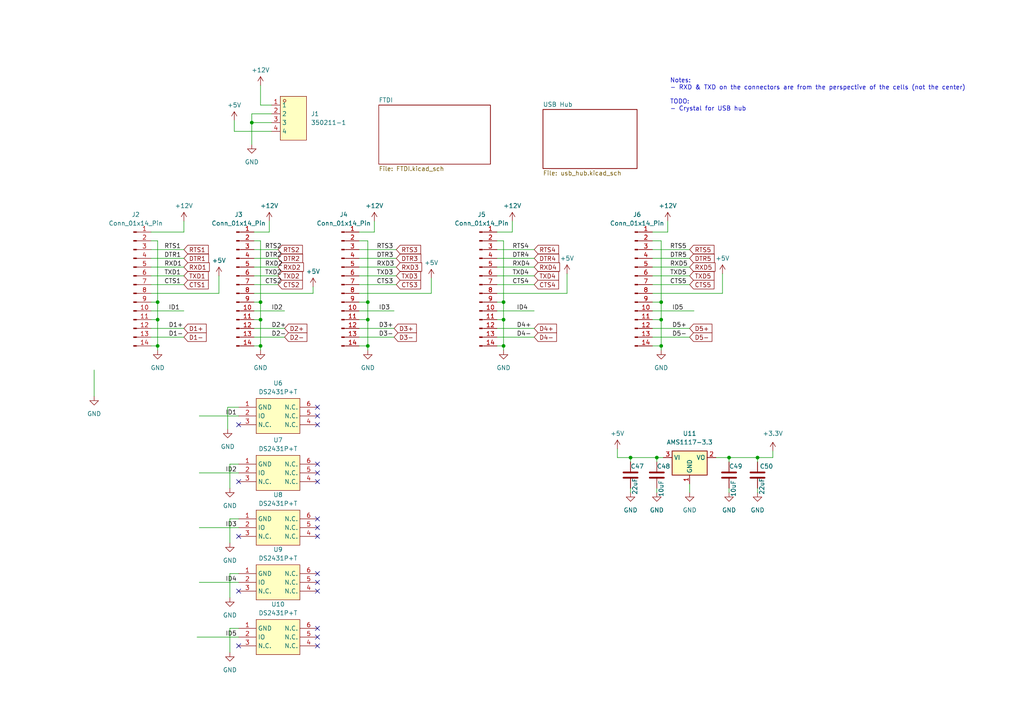
<source format=kicad_sch>
(kicad_sch (version 20230121) (generator eeschema)
  (paper "A4")
  (lib_symbols
    (symbol "Connector:Conn_01x14_Pin" (pin_names (offset 1.016) hide)
      (property "Reference" "J" (at 0 17.78 0))
      (property "Value" "Conn_01x14_Pin" (at 0 -20.32 0))
      (symbol "Conn_01x14_Pin_1_1"
        (polyline (pts (xy 1.27 -17.78) (xy 0.8636 -17.78)) (stroke (width 0.1524)))
        (polyline (pts (xy 1.27 -15.24) (xy 0.8636 -15.24)) (stroke (width 0.1524)))
        (polyline (pts (xy 1.27 -12.7) (xy 0.8636 -12.7)) (stroke (width 0.1524)))
        (polyline (pts (xy 1.27 -10.16) (xy 0.8636 -10.16)) (stroke (width 0.1524)))
        (polyline (pts (xy 1.27 -7.62) (xy 0.8636 -7.62)) (stroke (width 0.1524)))
        (polyline (pts (xy 1.27 -5.08) (xy 0.8636 -5.08)) (stroke (width 0.1524)))
        (polyline (pts (xy 1.27 -2.54) (xy 0.8636 -2.54)) (stroke (width 0.1524)))
        (polyline (pts (xy 1.27 0) (xy 0.8636 0)) (stroke (width 0.1524)))
        (polyline (pts (xy 1.27 2.54) (xy 0.8636 2.54)) (stroke (width 0.1524)))
        (polyline (pts (xy 1.27 5.08) (xy 0.8636 5.08)) (stroke (width 0.1524)))
        (polyline (pts (xy 1.27 7.62) (xy 0.8636 7.62)) (stroke (width 0.1524)))
        (polyline (pts (xy 1.27 10.16) (xy 0.8636 10.16)) (stroke (width 0.1524)))
        (polyline (pts (xy 1.27 12.7) (xy 0.8636 12.7)) (stroke (width 0.1524)))
        (polyline (pts (xy 1.27 15.24) (xy 0.8636 15.24)) (stroke (width 0.1524)))
        (rectangle (start 0.8636 -17.653) (end 0 -17.907) (stroke (width 0.1524)) (fill (type outline)))
        (rectangle (start 0.8636 -15.113) (end 0 -15.367) (stroke (width 0.1524)) (fill (type outline)))
        (rectangle (start 0.8636 -12.573) (end 0 -12.827) (stroke (width 0.1524)) (fill (type outline)))
        (rectangle (start 0.8636 -10.033) (end 0 -10.287) (stroke (width 0.1524)) (fill (type outline)))
        (rectangle (start 0.8636 -7.493) (end 0 -7.747) (stroke (width 0.1524)) (fill (type outline)))
        (rectangle (start 0.8636 -4.953) (end 0 -5.207) (stroke (width 0.1524)) (fill (type outline)))
        (rectangle (start 0.8636 -2.413) (end 0 -2.667) (stroke (width 0.1524)) (fill (type outline)))
        (rectangle (start 0.8636 0.127) (end 0 -0.127) (stroke (width 0.1524)) (fill (type outline)))
        (rectangle (start 0.8636 2.667) (end 0 2.413) (stroke (width 0.1524)) (fill (type outline)))
        (rectangle (start 0.8636 5.207) (end 0 4.953) (stroke (width 0.1524)) (fill (type outline)))
        (rectangle (start 0.8636 7.747) (end 0 7.493) (stroke (width 0.1524)) (fill (type outline)))
        (rectangle (start 0.8636 10.287) (end 0 10.033) (stroke (width 0.1524)) (fill (type outline)))
        (rectangle (start 0.8636 12.827) (end 0 12.573) (stroke (width 0.1524)) (fill (type outline)))
        (rectangle (start 0.8636 15.367) (end 0 15.113) (stroke (width 0.1524)) (fill (type outline)))
        (pin passive line (at 5.08 15.24 180) (length 3.81) (name "Pin_1") (number "1"))
        (pin passive line (at 5.08 -7.62 180) (length 3.81) (name "Pin_10") (number "10"))
        (pin passive line (at 5.08 -10.16 180) (length 3.81) (name "Pin_11") (number "11"))
        (pin passive line (at 5.08 -12.7 180) (length 3.81) (name "Pin_12") (number "12"))
        (pin passive line (at 5.08 -15.24 180) (length 3.81) (name "Pin_13") (number "13"))
        (pin passive line (at 5.08 -17.78 180) (length 3.81) (name "Pin_14") (number "14"))
        (pin passive line (at 5.08 12.7 180) (length 3.81) (name "Pin_2") (number "2"))
        (pin passive line (at 5.08 10.16 180) (length 3.81) (name "Pin_3") (number "3"))
        (pin passive line (at 5.08 7.62 180) (length 3.81) (name "Pin_4") (number "4"))
        (pin passive line (at 5.08 5.08 180) (length 3.81) (name "Pin_5") (number "5"))
        (pin passive line (at 5.08 2.54 180) (length 3.81) (name "Pin_6") (number "6"))
        (pin passive line (at 5.08 0 180) (length 3.81) (name "Pin_7") (number "7"))
        (pin passive line (at 5.08 -2.54 180) (length 3.81) (name "Pin_8") (number "8"))
        (pin passive line (at 5.08 -5.08 180) (length 3.81) (name "Pin_9") (number "9"))
      )
    )
    (symbol "Device:C" (pin_numbers hide) (pin_names (offset 0.254))
      (property "Reference" "C" (at 0.635 2.54 0))
      (property "Value" "C" (at 0.635 -2.54 0))
      (symbol "C_0_1"
        (polyline (pts (xy -2.032 -0.762) (xy 2.032 -0.762)) (stroke (width 0.508)))
        (polyline (pts (xy -2.032 0.762) (xy 2.032 0.762)) (stroke (width 0.508)))
      )
      (symbol "C_1_1"
        (pin passive line (at 0 3.81 270) (length 2.794) (name "~") (number "1"))
        (pin passive line (at 0 -3.81 90) (length 2.794) (name "~") (number "2"))
      )
    )
    (symbol "Regulator_Linear:AMS1117-3.3"
      (property "Reference" "U" (at -3.81 3.175 0))
      (property "Value" "AMS1117-3.3" (at 0 3.175 0))
      (symbol "AMS1117-3.3_0_1"
        (rectangle (start -5.08 -5.08) (end 5.08 1.905) (stroke (width 0.254)) (fill (type background)))
      )
      (symbol "AMS1117-3.3_1_1"
        (pin power_in line (at 0 -7.62 90) (length 2.54) (name "GND") (number "1"))
        (pin power_out line (at 7.62 0 180) (length 2.54) (name "VO") (number "2"))
        (pin power_in line (at -7.62 0 0) (length 2.54) (name "VI") (number "3"))
      )
    )
    (symbol "easyeda2kicad:350211-1"
      (property "Reference" "J1" (at 6.35 2.54 0))
      (property "Value" "350211-1" (at 6.35 0 0))
      (symbol "350211-1_0_1"
        (rectangle (start -2.54 7.62) (end 5.08 -5.08) (fill (type background)))
        (circle (center -1.27 6.35) (radius 0.38))
      )
      (symbol "350211-1_1_1"
        (pin power_out line (at -5.08 5.08 0) (length 2.54) (name "1") (number "1"))
        (pin power_out line (at -5.08 2.54 0) (length 2.54) (name "2") (number "2"))
        (pin power_out line (at -5.08 0 0) (length 2.54) (name "3") (number "3"))
        (pin power_out line (at -5.08 -2.54 0) (length 2.54) (name "4") (number "4"))
      )
    )
    (symbol "easyeda2kicad:DS2431P+T"
      (property "Reference" "U" (at 0 7.62 0))
      (property "Value" "DS2431P+T" (at 0 -7.62 0))
      (symbol "DS2431P+T_0_1"
        (rectangle (start -6.35 5.08) (end 6.35 -5.08) (fill (type background)))
        (pin unspecified line (at -11.43 2.54 0) (length 5.08) (name "GND") (number "1"))
        (pin unspecified line (at -11.43 0 0) (length 5.08) (name "IO") (number "2"))
        (pin unspecified line (at -11.43 -2.54 0) (length 5.08) (name "N.C.") (number "3"))
        (pin unspecified line (at 11.43 -2.54 180) (length 5.08) (name "N.C.") (number "4"))
        (pin unspecified line (at 11.43 0 180) (length 5.08) (name "N.C.") (number "5"))
        (pin unspecified line (at 11.43 2.54 180) (length 5.08) (name "N.C.") (number "6"))
      )
    )
    (symbol "power:+12V" (power) (pin_names (offset 0))
      (property "Value" "+12V" (at 0 3.556 0))
      (symbol "+12V_0_1"
        (polyline (pts (xy -0.762 1.27) (xy 0 2.54)))
        (polyline (pts (xy 0 0) (xy 0 2.54)))
        (polyline (pts (xy 0 2.54) (xy 0.762 1.27)))
      )
      (symbol "+12V_1_1"
        (pin power_in line (at 0 0 90) (length 0) hide (name "+12V") (number "1"))
      )
    )
    (symbol "power:+3.3V" (power) (pin_names (offset 0))
      (property "Value" "+3.3V" (at 0 3.556 0))
      (symbol "+3.3V_0_1"
        (polyline (pts (xy -0.762 1.27) (xy 0 2.54)))
        (polyline (pts (xy 0 0) (xy 0 2.54)))
        (polyline (pts (xy 0 2.54) (xy 0.762 1.27)))
      )
      (symbol "+3.3V_1_1"
        (pin power_in line (at 0 0 90) (length 0) hide (name "+3.3V") (number "1"))
      )
    )
    (symbol "power:+5V" (power) (pin_names (offset 0))
      (property "Value" "+5V" (at 0 3.556 0))
      (symbol "+5V_0_1"
        (polyline (pts (xy -0.762 1.27) (xy 0 2.54)))
        (polyline (pts (xy 0 0) (xy 0 2.54)))
        (polyline (pts (xy 0 2.54) (xy 0.762 1.27)))
      )
      (symbol "+5V_1_1"
        (pin power_in line (at 0 0 90) (length 0) hide (name "+5V") (number "1"))
      )
    )
    (symbol "power:GND" (power) (pin_names (offset 0))
      (property "Value" "GND" (at 0 -3.81 0))
      (symbol "GND_0_1"
        (polyline (pts (xy 0 0) (xy 0 -1.27) (xy 1.27 -1.27) (xy 0 -2.54) (xy -1.27 -1.27) (xy 0 -1.27)))
      )
      (symbol "GND_1_1"
        (pin power_in line (at 0 0 270) (length 0) hide (name "GND") (number "1"))
      )
    )
  )
  (junction (at 45.72 92.71))
  (junction (at 146.05 87.63))
  (junction (at 146.05 100.33))
  (junction (at 106.68 87.63))
  (junction (at 75.565 87.63))
  (junction (at 75.565 100.33))
  (junction (at 219.71 132.715))
  (junction (at 146.05 92.71))
  (junction (at 45.72 87.63))
  (junction (at 106.68 92.71))
  (junction (at 211.455 132.715))
  (junction (at 73.025 35.56))
  (junction (at 191.77 100.33))
  (junction (at 45.72 100.33))
  (junction (at 190.5 132.715))
  (junction (at 191.77 87.63))
  (junction (at 75.565 92.71))
  (junction (at 191.77 92.71))
  (junction (at 182.88 132.715))
  (junction (at 106.68 100.33))
  (no_connect (at 92.075 150.495))
  (no_connect (at 92.075 155.575))
  (no_connect (at 69.215 155.575))
  (no_connect (at 92.075 139.7))
  (no_connect (at 92.075 182.245))
  (no_connect (at 92.075 137.16))
  (no_connect (at 69.215 171.45))
  (no_connect (at 69.215 123.19))
  (no_connect (at 92.075 171.45))
  (no_connect (at 92.075 123.19))
  (no_connect (at 92.075 153.035))
  (no_connect (at 92.075 120.65))
  (no_connect (at 92.075 134.62))
  (no_connect (at 69.215 139.7))
  (no_connect (at 69.215 187.325))
  (no_connect (at 92.075 168.91))
  (no_connect (at 92.075 166.37))
  (no_connect (at 92.075 187.325))
  (no_connect (at 92.075 118.11))
  (no_connect (at 92.075 184.785))
  (wire (pts (xy 66.675 150.495) (xy 66.675 157.48)))
  (wire (pts (xy 73.66 95.25) (xy 82.55 95.25)))
  (wire (pts (xy 182.88 141.605) (xy 182.88 142.875)))
  (wire (pts (xy 69.215 134.62) (xy 66.675 134.62)))
  (wire (pts (xy 43.815 97.79) (xy 53.34 97.79)))
  (wire (pts (xy 45.72 101.6) (xy 45.72 100.33)))
  (wire (pts (xy 75.565 92.71) (xy 75.565 87.63)))
  (wire (pts (xy 106.68 87.63) (xy 106.68 92.71)))
  (wire (pts (xy 57.785 153.035) (xy 69.215 153.035)))
  (wire (pts (xy 146.05 69.85) (xy 144.145 69.85)))
  (wire (pts (xy 104.14 92.71) (xy 106.68 92.71)))
  (wire (pts (xy 104.14 90.17) (xy 114.3 90.17)))
  (wire (pts (xy 45.72 92.71) (xy 45.72 100.33)))
  (wire (pts (xy 67.945 38.1) (xy 78.74 38.1)))
  (wire (pts (xy 200.025 140.335) (xy 200.025 142.875)))
  (wire (pts (xy 45.72 69.85) (xy 43.815 69.85)))
  (wire (pts (xy 189.23 87.63) (xy 191.77 87.63)))
  (wire (pts (xy 90.805 85.09) (xy 90.805 83.185)))
  (wire (pts (xy 209.55 85.09) (xy 209.55 79.375)))
  (wire (pts (xy 219.71 132.715) (xy 219.71 133.985)))
  (wire (pts (xy 190.5 141.605) (xy 190.5 142.875)))
  (wire (pts (xy 57.785 168.91) (xy 69.215 168.91)))
  (wire (pts (xy 73.025 35.56) (xy 78.74 35.56)))
  (wire (pts (xy 75.565 30.48) (xy 78.74 30.48)))
  (wire (pts (xy 125.095 85.09) (xy 125.095 80.645)))
  (wire (pts (xy 144.145 87.63) (xy 146.05 87.63)))
  (wire (pts (xy 104.14 74.93) (xy 114.935 74.93)))
  (wire (pts (xy 73.66 67.31) (xy 78.105 67.31)))
  (wire (pts (xy 75.565 101.6) (xy 75.565 100.33)))
  (wire (pts (xy 190.5 132.715) (xy 190.5 133.985)))
  (wire (pts (xy 75.565 92.71) (xy 75.565 100.33)))
  (wire (pts (xy 146.05 87.63) (xy 146.05 92.71)))
  (wire (pts (xy 144.145 90.17) (xy 154.94 90.17)))
  (wire (pts (xy 69.215 118.11) (xy 66.04 118.11)))
  (wire (pts (xy 104.14 87.63) (xy 106.68 87.63)))
  (wire (pts (xy 211.455 141.605) (xy 211.455 142.875)))
  (wire (pts (xy 207.645 132.715) (xy 211.455 132.715)))
  (wire (pts (xy 192.405 132.715) (xy 190.5 132.715)))
  (wire (pts (xy 144.145 95.25) (xy 154.94 95.25)))
  (wire (pts (xy 73.66 74.93) (xy 80.645 74.93)))
  (wire (pts (xy 73.66 92.71) (xy 75.565 92.71)))
  (wire (pts (xy 104.14 95.25) (xy 114.3 95.25)))
  (wire (pts (xy 75.565 69.85) (xy 73.66 69.85)))
  (wire (pts (xy 144.145 97.79) (xy 154.94 97.79)))
  (wire (pts (xy 189.23 82.55) (xy 200.025 82.55)))
  (wire (pts (xy 104.14 85.09) (xy 125.095 85.09)))
  (wire (pts (xy 219.71 132.715) (xy 224.155 132.715)))
  (wire (pts (xy 144.145 100.33) (xy 146.05 100.33)))
  (wire (pts (xy 63.5 85.09) (xy 63.5 80.01)))
  (wire (pts (xy 45.72 92.71) (xy 45.72 87.63)))
  (wire (pts (xy 146.05 101.6) (xy 146.05 100.33)))
  (wire (pts (xy 73.025 33.02) (xy 78.74 33.02)))
  (wire (pts (xy 106.68 69.85) (xy 106.68 87.63)))
  (wire (pts (xy 73.66 82.55) (xy 80.645 82.55)))
  (wire (pts (xy 189.23 85.09) (xy 209.55 85.09)))
  (wire (pts (xy 43.815 80.01) (xy 53.34 80.01)))
  (wire (pts (xy 67.945 34.925) (xy 67.945 38.1)))
  (wire (pts (xy 104.14 82.55) (xy 114.935 82.55)))
  (wire (pts (xy 27.305 107.315) (xy 27.305 114.935)))
  (wire (pts (xy 73.66 97.79) (xy 82.55 97.79)))
  (wire (pts (xy 211.455 132.715) (xy 219.71 132.715)))
  (wire (pts (xy 182.88 132.715) (xy 179.07 132.715)))
  (wire (pts (xy 144.145 74.93) (xy 154.94 74.93)))
  (wire (pts (xy 189.23 80.01) (xy 200.025 80.01)))
  (wire (pts (xy 69.215 182.245) (xy 66.675 182.245)))
  (wire (pts (xy 106.68 92.71) (xy 106.68 100.33)))
  (wire (pts (xy 189.23 72.39) (xy 200.025 72.39)))
  (wire (pts (xy 43.815 100.33) (xy 45.72 100.33)))
  (wire (pts (xy 73.66 85.09) (xy 90.805 85.09)))
  (wire (pts (xy 73.66 87.63) (xy 75.565 87.63)))
  (wire (pts (xy 43.815 82.55) (xy 53.34 82.55)))
  (wire (pts (xy 164.465 85.09) (xy 164.465 79.375)))
  (wire (pts (xy 73.025 33.02) (xy 73.025 35.56)))
  (wire (pts (xy 144.145 67.31) (xy 148.59 67.31)))
  (wire (pts (xy 45.72 87.63) (xy 45.72 69.85)))
  (wire (pts (xy 189.23 95.25) (xy 200.025 95.25)))
  (wire (pts (xy 53.34 64.135) (xy 53.34 67.31)))
  (wire (pts (xy 43.815 72.39) (xy 53.34 72.39)))
  (wire (pts (xy 144.145 92.71) (xy 146.05 92.71)))
  (wire (pts (xy 189.23 77.47) (xy 200.025 77.47)))
  (wire (pts (xy 189.23 74.93) (xy 200.025 74.93)))
  (wire (pts (xy 104.14 80.01) (xy 114.935 80.01)))
  (wire (pts (xy 104.14 77.47) (xy 114.935 77.47)))
  (wire (pts (xy 69.215 150.495) (xy 66.675 150.495)))
  (wire (pts (xy 189.23 90.17) (xy 201.295 90.17)))
  (wire (pts (xy 73.025 35.56) (xy 73.025 41.91)))
  (wire (pts (xy 57.785 137.16) (xy 69.215 137.16)))
  (wire (pts (xy 189.23 92.71) (xy 191.77 92.71)))
  (wire (pts (xy 43.815 77.47) (xy 53.34 77.47)))
  (wire (pts (xy 191.77 87.63) (xy 191.77 92.71)))
  (wire (pts (xy 43.815 92.71) (xy 45.72 92.71)))
  (wire (pts (xy 43.815 90.17) (xy 53.34 90.17)))
  (wire (pts (xy 73.66 90.17) (xy 82.55 90.17)))
  (wire (pts (xy 66.04 118.11) (xy 66.04 124.46)))
  (wire (pts (xy 66.675 166.37) (xy 66.675 173.355)))
  (wire (pts (xy 144.145 72.39) (xy 154.94 72.39)))
  (wire (pts (xy 73.66 80.01) (xy 80.645 80.01)))
  (wire (pts (xy 104.14 100.33) (xy 106.68 100.33)))
  (wire (pts (xy 43.815 74.93) (xy 53.34 74.93)))
  (wire (pts (xy 69.215 166.37) (xy 66.675 166.37)))
  (wire (pts (xy 73.66 72.39) (xy 80.645 72.39)))
  (wire (pts (xy 66.675 182.245) (xy 66.675 189.23)))
  (wire (pts (xy 53.34 67.31) (xy 43.815 67.31)))
  (wire (pts (xy 57.15 184.785) (xy 69.215 184.785)))
  (wire (pts (xy 73.66 100.33) (xy 75.565 100.33)))
  (wire (pts (xy 104.14 72.39) (xy 114.935 72.39)))
  (wire (pts (xy 43.815 85.09) (xy 63.5 85.09)))
  (wire (pts (xy 189.23 67.31) (xy 193.675 67.31)))
  (wire (pts (xy 144.145 85.09) (xy 164.465 85.09)))
  (wire (pts (xy 108.585 67.31) (xy 108.585 64.135)))
  (wire (pts (xy 190.5 132.715) (xy 182.88 132.715)))
  (wire (pts (xy 104.14 97.79) (xy 114.3 97.79)))
  (wire (pts (xy 106.68 100.33) (xy 106.68 101.6)))
  (wire (pts (xy 144.145 77.47) (xy 154.94 77.47)))
  (wire (pts (xy 104.14 67.31) (xy 108.585 67.31)))
  (wire (pts (xy 75.565 87.63) (xy 75.565 69.85)))
  (wire (pts (xy 182.88 132.715) (xy 182.88 133.985)))
  (wire (pts (xy 57.785 120.65) (xy 69.215 120.65)))
  (wire (pts (xy 191.77 92.71) (xy 191.77 100.33)))
  (wire (pts (xy 224.155 130.81) (xy 224.155 132.715)))
  (wire (pts (xy 211.455 132.715) (xy 211.455 133.985)))
  (wire (pts (xy 146.05 69.85) (xy 146.05 87.63)))
  (wire (pts (xy 189.23 97.79) (xy 200.025 97.79)))
  (wire (pts (xy 189.23 69.85) (xy 191.77 69.85)))
  (wire (pts (xy 191.77 69.85) (xy 191.77 87.63)))
  (wire (pts (xy 66.675 134.62) (xy 66.675 141.605)))
  (wire (pts (xy 144.145 82.55) (xy 154.94 82.55)))
  (wire (pts (xy 43.815 87.63) (xy 45.72 87.63)))
  (wire (pts (xy 193.675 67.31) (xy 193.675 64.135)))
  (wire (pts (xy 78.105 67.31) (xy 78.105 64.135)))
  (wire (pts (xy 75.565 24.765) (xy 75.565 30.48)))
  (wire (pts (xy 189.23 100.33) (xy 191.77 100.33)))
  (wire (pts (xy 144.145 80.01) (xy 154.94 80.01)))
  (wire (pts (xy 73.66 77.47) (xy 80.645 77.47)))
  (wire (pts (xy 191.77 100.33) (xy 191.77 101.6)))
  (wire (pts (xy 148.59 67.31) (xy 148.59 64.135)))
  (wire (pts (xy 219.71 141.605) (xy 219.71 142.875)))
  (wire (pts (xy 106.68 69.85) (xy 104.14 69.85)))
  (wire (pts (xy 43.815 95.25) (xy 53.34 95.25)))
  (wire (pts (xy 146.05 92.71) (xy 146.05 100.33)))
  (wire (pts (xy 179.07 130.175) (xy 179.07 132.715)))
  (text "Notes:\n- RXD & TXD on the connectors are from the perspective of the cells (not the center)\n\nTODO:\n- Crystal for USB hub" (at 194.31 32.385 0) (effects (font (size 1.27 1.27)) (justify left bottom)))
  (label "ID2" (at 78.74 90.17 0))
  (label "RXD3" (at 109.22 77.47 0))
  (label "CTS4" (at 148.59 82.55 0))
  (label "RXD2" (at 76.835 77.47 0))
  (label "RXD1" (at 47.625 77.47 0))
  (label "DTR3" (at 109.22 74.93 0))
  (label "TXD4" (at 148.59 80.01 0))
  (label "RTS5" (at 194.31 72.39 0))
  (label "RTS1" (at 47.625 72.39 0))
  (label "ID2" (at 65.405 137.16 0))
  (label "D1-" (at 48.895 97.79 0))
  (label "DTR1" (at 47.625 74.93 0))
  (label "ID5" (at 65.405 184.785 0))
  (label "CTS5" (at 194.31 82.55 0))
  (label "D2-" (at 78.74 97.79 0))
  (label "CTS3" (at 109.22 82.55 0))
  (label "ID5" (at 194.945 90.17 0))
  (label "RXD5" (at 194.31 77.47 0))
  (label "DTR2" (at 76.835 74.93 0))
  (label "RTS3" (at 109.22 72.39 0))
  (label "ID3" (at 65.405 153.035 0))
  (label "D5-" (at 194.945 97.79 0))
  (label "TXD5" (at 194.31 80.01 0))
  (label "ID4" (at 149.86 90.17 0))
  (label "D4+" (at 149.86 95.25 0))
  (label "DTR4" (at 148.59 74.93 0))
  (label "CTS2" (at 76.835 82.55 0))
  (label "D1+" (at 48.895 95.25 0))
  (label "CTS1" (at 47.625 82.55 0))
  (label "TXD2" (at 76.835 80.01 0))
  (label "D3-" (at 109.855 97.79 0))
  (label "D5+" (at 194.945 95.25 0))
  (label "D4-" (at 149.86 97.79 0))
  (label "RXD4" (at 148.59 77.47 0))
  (label "ID4" (at 65.405 168.91 0))
  (label "DTR5" (at 194.31 74.93 0))
  (label "D2+" (at 78.74 95.25 0))
  (label "RTS2" (at 76.835 72.39 0))
  (label "D3+" (at 109.855 95.25 0))
  (label "TXD1" (at 47.625 80.01 0))
  (label "RTS4" (at 148.59 72.39 0))
  (label "ID1" (at 48.895 90.17 0))
  (label "ID3" (at 109.855 90.17 0))
  (label "TXD3" (at 109.22 80.01 0))
  (label "ID1" (at 65.405 120.65 0))
  (global_label "CTS4" (shape input) (at 154.94 82.55 0) (property "Intersheetrefs" "${INTERSHEET_REFS}" (effects hide)))
  (global_label "RTS3" (shape input) (at 114.935 72.39 0) (property "Intersheetrefs" "${INTERSHEET_REFS}" (effects hide)))
  (global_label "RXD2" (shape input) (at 80.645 77.47 0) (property "Intersheetrefs" "${INTERSHEET_REFS}" (effects hide)))
  (global_label "CTS2" (shape input) (at 80.645 82.55 0) (property "Intersheetrefs" "${INTERSHEET_REFS}" (effects hide)))
  (global_label "RTS2" (shape input) (at 80.645 72.39 0) (property "Intersheetrefs" "${INTERSHEET_REFS}" (effects hide)))
  (global_label "RXD3" (shape input) (at 114.935 77.47 0) (property "Intersheetrefs" "${INTERSHEET_REFS}" (effects hide)))
  (global_label "D3+" (shape input) (at 114.3 95.25 0) (property "Intersheetrefs" "${INTERSHEET_REFS}" (effects hide)))
  (global_label "D5+" (shape input) (at 200.025 95.25 0) (property "Intersheetrefs" "${INTERSHEET_REFS}" (effects hide)))
  (global_label "TXD2" (shape input) (at 80.645 80.01 0) (property "Intersheetrefs" "${INTERSHEET_REFS}" (effects hide)))
  (global_label "TXD5" (shape input) (at 200.025 80.01 0) (property "Intersheetrefs" "${INTERSHEET_REFS}" (effects hide)))
  (global_label "TXD4" (shape input) (at 154.94 80.01 0) (property "Intersheetrefs" "${INTERSHEET_REFS}" (effects hide)))
  (global_label "D3-" (shape input) (at 114.3 97.79 0) (property "Intersheetrefs" "${INTERSHEET_REFS}" (effects hide)))
  (global_label "DTR5" (shape input) (at 200.025 74.93 0) (property "Intersheetrefs" "${INTERSHEET_REFS}" (effects hide)))
  (global_label "CTS1" (shape input) (at 53.34 82.55 0) (property "Intersheetrefs" "${INTERSHEET_REFS}" (effects hide)))
  (global_label "RTS1" (shape input) (at 53.34 72.39 0) (property "Intersheetrefs" "${INTERSHEET_REFS}" (effects hide)))
  (global_label "D2+" (shape input) (at 82.55 95.25 0) (property "Intersheetrefs" "${INTERSHEET_REFS}" (effects hide)))
  (global_label "DTR1" (shape input) (at 53.34 74.93 0) (property "Intersheetrefs" "${INTERSHEET_REFS}" (effects hide)))
  (global_label "TXD1" (shape input) (at 53.34 80.01 0) (property "Intersheetrefs" "${INTERSHEET_REFS}" (effects hide)))
  (global_label "DTR2" (shape input) (at 80.645 74.93 0) (property "Intersheetrefs" "${INTERSHEET_REFS}" (effects hide)))
  (global_label "RTS4" (shape input) (at 154.94 72.39 0) (property "Intersheetrefs" "${INTERSHEET_REFS}" (effects hide)))
  (global_label "D4+" (shape input) (at 154.94 95.25 0) (property "Intersheetrefs" "${INTERSHEET_REFS}" (effects hide)))
  (global_label "RTS5" (shape input) (at 200.025 72.39 0) (property "Intersheetrefs" "${INTERSHEET_REFS}" (effects hide)))
  (global_label "RXD4" (shape input) (at 154.94 77.47 0) (property "Intersheetrefs" "${INTERSHEET_REFS}" (effects hide)))
  (global_label "DTR3" (shape input) (at 114.935 74.93 0) (property "Intersheetrefs" "${INTERSHEET_REFS}" (effects hide)))
  (global_label "TXD3" (shape input) (at 114.935 80.01 0) (property "Intersheetrefs" "${INTERSHEET_REFS}" (effects hide)))
  (global_label "D1-" (shape input) (at 53.34 97.79 0) (property "Intersheetrefs" "${INTERSHEET_REFS}" (effects hide)))
  (global_label "RXD1" (shape input) (at 53.34 77.47 0) (property "Intersheetrefs" "${INTERSHEET_REFS}" (effects hide)))
  (global_label "DTR4" (shape input) (at 154.94 74.93 0) (property "Intersheetrefs" "${INTERSHEET_REFS}" (effects hide)))
  (global_label "CTS5" (shape input) (at 200.025 82.55 0) (property "Intersheetrefs" "${INTERSHEET_REFS}" (effects hide)))
  (global_label "CTS3" (shape input) (at 114.935 82.55 0) (property "Intersheetrefs" "${INTERSHEET_REFS}" (effects hide)))
  (global_label "RXD5" (shape input) (at 200.025 77.47 0) (property "Intersheetrefs" "${INTERSHEET_REFS}" (effects hide)))
  (global_label "D4-" (shape input) (at 154.94 97.79 0) (property "Intersheetrefs" "${INTERSHEET_REFS}" (effects hide)))
  (global_label "D1+" (shape input) (at 53.34 95.25 0) (property "Intersheetrefs" "${INTERSHEET_REFS}" (effects hide)))
  (global_label "D2-" (shape input) (at 82.55 97.79 0) (property "Intersheetrefs" "${INTERSHEET_REFS}" (effects hide)))
  (global_label "D5-" (shape input) (at 200.025 97.79 0) (property "Intersheetrefs" "${INTERSHEET_REFS}" (effects hide)))
  (symbol (lib_id "power:+12V") (at 148.59 64.135 0) (unit 1)
    (property "Reference" "#PWR05" (effects hide))
    (property "Value" "+12V" (at 148.59 59.69 0))
  )
  (symbol (lib_id "power:GND") (at 211.455 142.875 0) (unit 1)
    (property "Reference" "#PWR099" (effects hide))
    (property "Value" "GND" (at 211.455 147.955 0))
  )
  (symbol (lib_id "power:GND") (at 190.5 142.875 0) (unit 1)
    (property "Reference" "#PWR097" (effects hide))
    (property "Value" "GND" (at 190.5 147.955 0))
  )
  (symbol (lib_id "Connector:Conn_01x14_Pin") (at 68.58 82.55 0) (unit 1)
    (property "Reference" "J3" (at 69.215 62.23 0))
    (property "Value" "Conn_01x14_Pin" (at 69.215 64.77 0))
    (property "Footprint" "Connector_JST:JST_XH_B14B-XH-A_1x14_P2.50mm_Vertical" (effects hide))
    (property "JLCPCB" "C158022" (effects hide))
  )
  (symbol (lib_id "power:GND") (at 66.04 124.46 0) (unit 1)
    (property "Reference" "#PWR036" (effects hide))
    (property "Value" "GND" (at 66.04 129.54 0))
  )
  (symbol (lib_id "power:+5V") (at 125.095 80.645 0) (unit 1)
    (property "Reference" "#PWR014" (effects hide))
    (property "Value" "+5V" (at 125.095 76.2 0))
  )
  (symbol (lib_id "Connector:Conn_01x14_Pin") (at 139.065 82.55 0) (unit 1)
    (property "Reference" "J5" (at 139.7 62.23 0))
    (property "Value" "Conn_01x14_Pin" (at 139.7 64.77 0))
    (property "Footprint" "Connector_JST:JST_XH_B14B-XH-A_1x14_P2.50mm_Vertical" (effects hide))
    (property "JLCPCB" "C158022" (effects hide))
  )
  (symbol (lib_id "Device:C") (at 190.5 137.795 0) (unit 1)
    (property "Reference" "C48" (at 190.5 135.255 0) (effects (justify left)))
    (property "Value" "10uF" (at 191.77 144.145 90) (effects (justify left)))
    (property "Footprint" "Capacitor_SMD:C_0603_1608Metric" (effects hide))
    (property "Datasheet" "https://jlcpcb.com/partdetail/20411-CL10A106KP8NNNC/C19702" (effects hide))
    (property "JLCPCB" "C19702" (effects hide))
  )
  (symbol (lib_id "power:+5V") (at 67.945 34.925 0) (unit 1)
    (property "Reference" "#PWR030" (effects hide))
    (property "Value" "+5V" (at 67.945 30.48 0))
  )
  (symbol (lib_id "power:GND") (at 66.675 189.23 0) (unit 1)
    (property "Reference" "#PWR095" (effects hide))
    (property "Value" "GND" (at 66.675 194.31 0))
  )
  (symbol (lib_id "power:+5V") (at 179.07 130.175 0) (unit 1)
    (property "Reference" "#PWR0101" (effects hide))
    (property "Value" "+5V" (at 179.07 125.73 0))
  )
  (symbol (lib_id "power:GND") (at 45.72 101.6 0) (unit 1)
    (property "Reference" "#PWR07" (effects hide))
    (property "Value" "GND" (at 45.72 106.68 0))
  )
  (symbol (lib_id "power:GND") (at 66.675 157.48 0) (unit 1)
    (property "Reference" "#PWR093" (effects hide))
    (property "Value" "GND" (at 66.675 162.56 0))
  )
  (symbol (lib_id "Connector:Conn_01x14_Pin") (at 38.735 82.55 0) (unit 1)
    (property "Reference" "J2" (at 39.37 62.23 0))
    (property "Value" "Conn_01x14_Pin" (at 39.37 64.77 0))
    (property "Footprint" "Connector_JST:JST_XH_B14B-XH-A_1x14_P2.50mm_Vertical" (effects hide))
    (property "JLCPCB" "C158022" (effects hide))
  )
  (symbol (lib_id "power:GND") (at 27.305 114.935 0) (unit 1)
    (property "Reference" "#PWR01" (effects hide))
    (property "Value" "GND" (at 27.305 120.015 0))
  )
  (symbol (lib_id "power:GND") (at 146.05 101.6 0) (unit 1)
    (property "Reference" "#PWR010" (effects hide))
    (property "Value" "GND" (at 146.05 106.68 0))
  )
  (symbol (lib_id "Device:C") (at 219.71 137.795 0) (unit 1)
    (property "Reference" "C50" (at 220.345 135.255 0) (effects (justify left)))
    (property "Value" "22uF" (at 220.98 143.51 90) (effects (justify left)))
    (property "Footprint" "Capacitor_SMD:C_0805_2012Metric" (effects hide))
    (property "Datasheet" "https://jlcpcb.com/partdetail/30029-CL21A226MPQNNNE/C29277" (effects hide))
    (property "JLCPCB" "C29277" (effects hide))
  )
  (symbol (lib_id "power:GND") (at 182.88 142.875 0) (unit 1)
    (property "Reference" "#PWR096" (effects hide))
    (property "Value" "GND" (at 182.88 147.955 0))
  )
  (symbol (lib_id "Connector:Conn_01x14_Pin") (at 99.06 82.55 0) (unit 1)
    (property "Reference" "J4" (at 99.695 62.23 0))
    (property "Value" "Conn_01x14_Pin" (at 99.695 64.77 0))
    (property "Footprint" "Connector_JST:JST_XH_B14B-XH-A_1x14_P2.50mm_Vertical" (effects hide))
    (property "JLCPCB" "C158022" (effects hide))
  )
  (symbol (lib_id "power:GND") (at 106.68 101.6 0) (unit 1)
    (property "Reference" "#PWR09" (effects hide))
    (property "Value" "GND" (at 106.68 106.68 0))
  )
  (symbol (lib_id "Device:C") (at 182.88 137.795 0) (unit 1)
    (property "Reference" "C47" (at 182.88 135.255 0) (effects (justify left)))
    (property "Value" "22uF" (at 184.15 143.51 90) (effects (justify left)))
    (property "Footprint" "Capacitor_SMD:C_0805_2012Metric" (effects hide))
    (property "Datasheet" "https://jlcpcb.com/partdetail/30029-CL21A226MPQNNNE/C29277" (effects hide))
    (property "JLCPCB" "C29277" (effects hide))
  )
  (symbol (lib_id "power:+12V") (at 193.675 64.135 0) (unit 1)
    (property "Reference" "#PWR06" (effects hide))
    (property "Value" "+12V" (at 193.675 59.69 0))
  )
  (symbol (lib_id "Device:C") (at 211.455 137.795 0) (unit 1)
    (property "Reference" "C49" (at 211.455 135.255 0) (effects (justify left)))
    (property "Value" "10uF" (at 212.725 144.145 90) (effects (justify left)))
    (property "Footprint" "Capacitor_SMD:C_0603_1608Metric" (effects hide))
    (property "Datasheet" "https://jlcpcb.com/partdetail/20411-CL10A106KP8NNNC/C19702" (effects hide))
    (property "JLCPCB" "C19702" (effects hide))
  )
  (symbol (lib_id "Connector:Conn_01x14_Pin") (at 184.15 82.55 0) (unit 1)
    (property "Reference" "J6" (at 184.785 62.23 0))
    (property "Value" "Conn_01x14_Pin" (at 184.785 64.77 0))
    (property "Footprint" "Connector_JST:JST_XH_B14B-XH-A_1x14_P2.50mm_Vertical" (effects hide))
    (property "JLCPCB" "C158022" (effects hide))
  )
  (symbol (lib_id "power:GND") (at 219.71 142.875 0) (unit 1)
    (property "Reference" "#PWR0100" (effects hide))
    (property "Value" "GND" (at 219.71 147.955 0))
  )
  (symbol (lib_id "power:+12V") (at 108.585 64.135 0) (unit 1)
    (property "Reference" "#PWR04" (effects hide))
    (property "Value" "+12V" (at 108.585 59.69 0))
  )
  (symbol (lib_id "power:+5V") (at 90.805 83.185 0) (unit 1)
    (property "Reference" "#PWR013" (effects hide))
    (property "Value" "+5V" (at 90.805 78.74 0))
  )
  (symbol (lib_id "easyeda2kicad:DS2431P+T") (at 80.645 184.785 0) (unit 1)
    (property "Reference" "U10" (at 80.645 175.26 0))
    (property "Value" "DS2431P+T" (at 80.645 177.8 0))
    (property "Footprint" "easyeda2kicad:TSOC-6_L4.0-W4.0-P1.27-BL" (effects hide))
    (property "Datasheet" "https://lcsc.com/product-detail/EEPROM_MAXIM_DS2431P-T_DS2431P-T_C9387.html" (effects hide))
    (property "LCSC Part" "C9387" (effects hide))
  )
  (symbol (lib_id "power:GND") (at 73.025 41.91 0) (unit 1)
    (property "Reference" "#PWR032" (effects hide))
    (property "Value" "GND" (at 73.025 46.99 0))
  )
  (symbol (lib_id "easyeda2kicad:350211-1") (at 83.82 35.56 0) (unit 1)
    (property "Reference" "J1" (at 90.17 33.02 0) (effects (justify left)))
    (property "Value" "350211-1" (at 90.17 35.56 0) (effects (justify left)))
    (property "Footprint" "easyeda2kicad:CONN-TH_350211-1" (effects hide))
    (property "Datasheet" "https://lcsc.com/product-detail/Others_TE-Connectivity_350211-1_TE-Connectivity-350211-1_C305826.html" (effects hide))
    (property "LCSC Part" "C305826" (effects hide))
    (property "JLCPCB" "C305826" (effects hide))
  )
  (symbol (lib_id "power:+3.3V") (at 224.155 130.81 0) (unit 1)
    (property "Reference" "#PWR0102" (effects hide))
    (property "Value" "+3.3V" (at 224.155 125.73 0))
  )
  (symbol (lib_id "power:+12V") (at 78.105 64.135 0) (unit 1)
    (property "Reference" "#PWR03" (effects hide))
    (property "Value" "+12V" (at 78.105 59.69 0))
  )
  (symbol (lib_id "power:+12V") (at 53.34 64.135 0) (unit 1)
    (property "Reference" "#PWR02" (effects hide))
    (property "Value" "+12V" (at 53.34 59.69 0))
  )
  (symbol (lib_id "power:+12V") (at 75.565 24.765 0) (unit 1)
    (property "Reference" "#PWR020" (effects hide))
    (property "Value" "+12V" (at 75.565 20.32 0))
  )
  (symbol (lib_id "power:GND") (at 191.77 101.6 0) (unit 1)
    (property "Reference" "#PWR011" (effects hide))
    (property "Value" "GND" (at 191.77 106.68 0))
  )
  (symbol (lib_id "power:+5V") (at 209.55 79.375 0) (unit 1)
    (property "Reference" "#PWR016" (effects hide))
    (property "Value" "+5V" (at 209.55 74.93 0))
  )
  (symbol (lib_id "easyeda2kicad:DS2431P+T") (at 80.645 137.16 0) (unit 1)
    (property "Reference" "U7" (at 80.645 127.635 0))
    (property "Value" "DS2431P+T" (at 80.645 130.175 0))
    (property "Footprint" "easyeda2kicad:TSOC-6_L4.0-W4.0-P1.27-BL" (effects hide))
    (property "Datasheet" "https://lcsc.com/product-detail/EEPROM_MAXIM_DS2431P-T_DS2431P-T_C9387.html" (effects hide))
    (property "LCSC Part" "C9387" (effects hide))
  )
  (symbol (lib_id "power:+5V") (at 164.465 79.375 0) (unit 1)
    (property "Reference" "#PWR015" (effects hide))
    (property "Value" "+5V" (at 164.465 74.93 0))
  )
  (symbol (lib_id "power:+5V") (at 63.5 80.01 0) (unit 1)
    (property "Reference" "#PWR012" (effects hide))
    (property "Value" "+5V" (at 63.5 75.565 0))
  )
  (symbol (lib_id "easyeda2kicad:DS2431P+T") (at 80.645 168.91 0) (unit 1)
    (property "Reference" "U9" (at 80.645 159.385 0))
    (property "Value" "DS2431P+T" (at 80.645 161.925 0))
    (property "Footprint" "easyeda2kicad:TSOC-6_L4.0-W4.0-P1.27-BL" (effects hide))
    (property "Datasheet" "https://lcsc.com/product-detail/EEPROM_MAXIM_DS2431P-T_DS2431P-T_C9387.html" (effects hide))
    (property "LCSC Part" "C9387" (effects hide))
  )
  (symbol (lib_id "Regulator_Linear:AMS1117-3.3") (at 200.025 132.715 0) (unit 1)
    (property "Reference" "U11" (at 200.025 125.73 0))
    (property "Value" "AMS1117-3.3" (at 200.025 128.27 0))
    (property "Footprint" "Package_TO_SOT_SMD:SOT-223-3_TabPin2" (effects hide))
    (property "Datasheet" "http://www.advanced-monolithic.com/pdf/ds1117.pdf" (effects hide))
    (property "JLCPCB" "C347222" (effects hide))
  )
  (symbol (lib_id "power:GND") (at 75.565 101.6 0) (unit 1)
    (property "Reference" "#PWR08" (effects hide))
    (property "Value" "GND" (at 75.565 106.68 0))
  )
  (symbol (lib_id "easyeda2kicad:DS2431P+T") (at 80.645 120.65 0) (unit 1)
    (property "Reference" "U6" (at 80.645 111.125 0))
    (property "Value" "DS2431P+T" (at 80.645 113.665 0))
    (property "Footprint" "easyeda2kicad:TSOC-6_L4.0-W4.0-P1.27-BL" (effects hide))
    (property "Datasheet" "https://lcsc.com/product-detail/EEPROM_MAXIM_DS2431P-T_DS2431P-T_C9387.html" (effects hide))
    (property "LCSC Part" "C9387" (effects hide))
  )
  (symbol (lib_id "power:GND") (at 66.675 141.605 0) (unit 1)
    (property "Reference" "#PWR092" (effects hide))
    (property "Value" "GND" (at 66.675 146.685 0))
  )
  (symbol (lib_id "power:GND") (at 66.675 173.355 0) (unit 1)
    (property "Reference" "#PWR094" (effects hide))
    (property "Value" "GND" (at 66.675 178.435 0))
  )
  (symbol (lib_id "easyeda2kicad:DS2431P+T") (at 80.645 153.035 0) (unit 1)
    (property "Reference" "U8" (at 80.645 143.51 0))
    (property "Value" "DS2431P+T" (at 80.645 146.05 0))
    (property "Footprint" "easyeda2kicad:TSOC-6_L4.0-W4.0-P1.27-BL" (effects hide))
    (property "Datasheet" "https://lcsc.com/product-detail/EEPROM_MAXIM_DS2431P-T_DS2431P-T_C9387.html" (effects hide))
    (property "LCSC Part" "C9387" (effects hide))
  )
  (symbol (lib_id "power:GND") (at 200.025 142.875 0) (unit 1)
    (property "Reference" "#PWR098" (effects hide))
    (property "Value" "GND" (at 200.025 147.955 0))
  )
  (sheet (at 109.855 30.48) (size 32.385 17.145) (stroke (width 0.1524))
    (property "Sheetname" "FTDI" (at 109.855 29.7684 0) (effects (justify left bottom)))
    (property "Sheetfile" "FTDI.kicad_sch" (at 109.855 48.2096 0) (effects (justify left top)))
  )
  (sheet (at 157.48 31.75) (size 27.305 17.145) (stroke (width 0.1524))
    (property "Sheetname" "USB Hub" (at 157.48 31.0384 0) (effects (justify left bottom)))
    (property "Sheetfile" "usb_hub.kicad_sch" (at 157.48 49.4796 0) (effects (justify left top)))
  )
)
</source>
